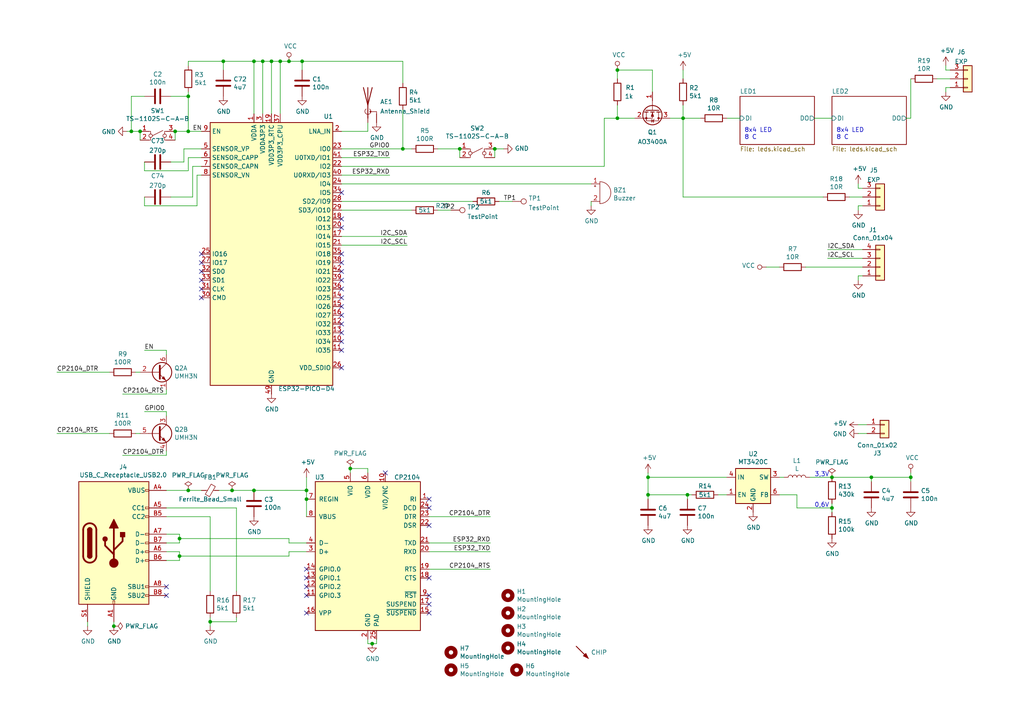
<source format=kicad_sch>
(kicad_sch (version 20210621) (generator eeschema)
  (paper "A4")
  (lib_symbols
    (symbol "Connector:TestPoint" (pin_numbers hide) (pin_names (offset 0.762) hide)
      (property "Reference" "TP" (at 0 6.858 0))
      (property "Value" "TestPoint" (at 0 5.08 0))
      (symbol "TestPoint_1_1"
        (pin passive line (at 0 0 90) (length 2.54) (name "1") (number "1"))
      )
    )
    (symbol "Connector:USB_C_Receptacle_USB2.0" (pin_names (offset 1.016))
      (property "Reference" "J" (at -10.16 19.05 0))
      (property "Value" "USB_C_Receptacle_USB2.0" (at 19.05 19.05 0))
      (symbol "USB_C_Receptacle_USB2.0_1_1"
        (pin power_in line (at 0 -22.86 90) (length 5.08) (name "GND") (number "A1"))
        (pin passive line (at 0 -22.86 90) (length 5.08) hide (name "GND") (number "A12"))
        (pin power_in line (at 15.24 15.24 180) (length 5.08) (name "VBUS") (number "A4"))
        (pin bidirectional line (at 15.24 10.16 180) (length 5.08) (name "CC1") (number "A5"))
        (pin bidirectional line (at 15.24 -2.54 180) (length 5.08) (name "D+") (number "A6"))
        (pin bidirectional line (at 15.24 2.54 180) (length 5.08) (name "D-") (number "A7"))
        (pin bidirectional line (at 15.24 -12.7 180) (length 5.08) (name "SBU1") (number "A8"))
        (pin passive line (at 15.24 15.24 180) (length 5.08) hide (name "VBUS") (number "A9"))
        (pin passive line (at 0 -22.86 90) (length 5.08) hide (name "GND") (number "B1"))
        (pin passive line (at 0 -22.86 90) (length 5.08) hide (name "GND") (number "B12"))
        (pin passive line (at 15.24 15.24 180) (length 5.08) hide (name "VBUS") (number "B4"))
        (pin bidirectional line (at 15.24 7.62 180) (length 5.08) (name "CC2") (number "B5"))
        (pin bidirectional line (at 15.24 -5.08 180) (length 5.08) (name "D+") (number "B6"))
        (pin bidirectional line (at 15.24 0 180) (length 5.08) (name "D-") (number "B7"))
        (pin bidirectional line (at 15.24 -15.24 180) (length 5.08) (name "SBU2") (number "B8"))
        (pin passive line (at 15.24 15.24 180) (length 5.08) hide (name "VBUS") (number "B9"))
        (pin passive line (at -7.62 -22.86 90) (length 5.08) (name "SHIELD") (number "S1"))
      )
    )
    (symbol "Connector_Generic:Conn_01x02" (pin_names (offset 1.016) hide)
      (property "Reference" "J" (at 0 2.54 0))
      (property "Value" "Conn_01x02" (at 0 -5.08 0))
      (symbol "Conn_01x02_1_1"
        (pin passive line (at -5.08 0 0) (length 3.81) (name "Pin_1") (number "1"))
        (pin passive line (at -5.08 -2.54 0) (length 3.81) (name "Pin_2") (number "2"))
      )
    )
    (symbol "Connector_Generic:Conn_01x03" (pin_names (offset 1.016) hide)
      (property "Reference" "J" (at 0 5.08 0))
      (property "Value" "Conn_01x03" (at 0 -5.08 0))
      (symbol "Conn_01x03_1_1"
        (pin passive line (at -5.08 2.54 0) (length 3.81) (name "Pin_1") (number "1"))
        (pin passive line (at -5.08 0 0) (length 3.81) (name "Pin_2") (number "2"))
        (pin passive line (at -5.08 -2.54 0) (length 3.81) (name "Pin_3") (number "3"))
      )
    )
    (symbol "Connector_Generic:Conn_01x04" (pin_names (offset 1.016) hide)
      (property "Reference" "J" (at 0 5.08 0))
      (property "Value" "Conn_01x04" (at 0 -7.62 0))
      (symbol "Conn_01x04_1_1"
        (pin passive line (at -5.08 2.54 0) (length 3.81) (name "Pin_1") (number "1"))
        (pin passive line (at -5.08 0 0) (length 3.81) (name "Pin_2") (number "2"))
        (pin passive line (at -5.08 -2.54 0) (length 3.81) (name "Pin_3") (number "3"))
        (pin passive line (at -5.08 -5.08 0) (length 3.81) (name "Pin_4") (number "4"))
      )
    )
    (symbol "Device:Antenna_Shield" (pin_numbers hide) (pin_names (offset 1.016) hide)
      (property "Reference" "AE" (at -1.905 4.445 0))
      (property "Value" "Antenna_Shield" (at -1.905 2.54 0))
      (symbol "Antenna_Shield_1_1"
        (pin input line (at 0 -5.08 90) (length 2.54) (name "A") (number "1"))
        (pin input line (at 2.54 -5.08 90) (length 2.54) (name "Shield") (number "2"))
      )
    )
    (symbol "Device:Buzzer" (pin_names (offset 0.0254) hide)
      (property "Reference" "BZ" (at 3.81 1.27 0))
      (property "Value" "Buzzer" (at 3.81 -1.27 0))
      (symbol "Buzzer_1_1"
        (pin passive line (at -2.54 2.54 0) (length 2.54) (name "-") (number "1"))
        (pin passive line (at -2.54 -2.54 0) (length 2.54) (name "+") (number "2"))
      )
    )
    (symbol "Device:C" (pin_numbers hide) (pin_names (offset 0.254))
      (property "Reference" "C" (at 0.635 2.54 0))
      (property "Value" "C" (at 0.635 -2.54 0))
      (symbol "C_1_1"
        (pin passive line (at 0 3.81 270) (length 2.794) (name "~") (number "1"))
        (pin passive line (at 0 -3.81 90) (length 2.794) (name "~") (number "2"))
      )
    )
    (symbol "Device:Ferrite_Bead_Small" (pin_numbers hide) (pin_names (offset 0))
      (property "Reference" "FB" (at 1.905 1.27 0))
      (property "Value" "Ferrite_Bead_Small" (at 1.905 -1.27 0))
      (symbol "Ferrite_Bead_Small_1_1"
        (pin passive line (at 0 2.54 270) (length 1.27) (name "~") (number "1"))
        (pin passive line (at 0 -2.54 90) (length 1.27) (name "~") (number "2"))
      )
    )
    (symbol "Device:L" (pin_numbers hide) (pin_names (offset 1.016) hide)
      (property "Reference" "L" (at -1.27 0 90))
      (property "Value" "L" (at 1.905 0 90))
      (symbol "L_1_1"
        (pin passive line (at 0 3.81 270) (length 1.27) (name "1") (number "1"))
        (pin passive line (at 0 -3.81 90) (length 1.27) (name "2") (number "2"))
      )
    )
    (symbol "Device:Q_DUAL_NPN_NPN_E1B1C2E2B2C1" (pin_names (offset 0) hide)
      (property "Reference" "Q" (at 5.08 1.27 0))
      (property "Value" "Q_DUAL_NPN_NPN_E1B1C2E2B2C1" (at 5.08 -1.27 0))
      (symbol "Q_DUAL_NPN_NPN_E1B1C2E2B2C1_1_1"
        (pin passive line (at 2.54 -5.08 90) (length 2.54) (name "E1") (number "1"))
        (pin input line (at -5.08 0 0) (length 2.54) (name "B1") (number "2"))
        (pin passive line (at 2.54 5.08 270) (length 2.54) (name "C1") (number "6"))
      )
      (symbol "Q_DUAL_NPN_NPN_E1B1C2E2B2C1_2_1"
        (pin passive line (at 2.54 5.08 270) (length 2.54) (name "C2") (number "3"))
        (pin passive line (at 2.54 -5.08 90) (length 2.54) (name "E2") (number "4"))
        (pin input line (at -5.08 0 0) (length 2.54) (name "B2") (number "5"))
      )
    )
    (symbol "Device:Q_NMOS_GSD" (pin_names (offset 0) hide)
      (property "Reference" "Q" (at 5.08 1.27 0))
      (property "Value" "Q_NMOS_GSD" (at 5.08 -1.27 0))
      (symbol "Q_NMOS_GSD_1_1"
        (pin input line (at -5.08 0 0) (length 2.54) (name "G") (number "1"))
        (pin passive line (at 2.54 -5.08 90) (length 2.54) (name "S") (number "2"))
        (pin passive line (at 2.54 5.08 270) (length 2.54) (name "D") (number "3"))
      )
    )
    (symbol "Device:R" (pin_numbers hide) (pin_names (offset 0))
      (property "Reference" "R" (at 2.032 0 90))
      (property "Value" "R" (at 0 0 90))
      (symbol "R_1_1"
        (pin passive line (at 0 3.81 270) (length 1.27) (name "~") (number "1"))
        (pin passive line (at 0 -3.81 90) (length 1.27) (name "~") (number "2"))
      )
    )
    (symbol "Graphic:SYM_Arrow45_Normal" (pin_names (offset 1.016)))
    (symbol "Interface_USB:CP2104" (pin_names (offset 1.016))
      (property "Reference" "U" (at -7.62 23.495 0))
      (property "Value" "CP2104" (at -7.62 21.59 0))
      (symbol "CP2104_1_1"
        (pin input line (at 17.78 15.24 180) (length 2.54) (name "RI") (number "1"))
        (pin power_out line (at 5.08 22.86 270) (length 2.54) (name "VIO/NC") (number "10"))
        (pin bidirectional line (at -17.78 -12.7 0) (length 2.54) (name "GPIO.3") (number "11"))
        (pin bidirectional line (at -17.78 -10.16 0) (length 2.54) (name "GPIO.2") (number "12"))
        (pin bidirectional line (at -17.78 -7.62 0) (length 2.54) (name "GPIO.1") (number "13"))
        (pin bidirectional line (at -17.78 -5.08 0) (length 2.54) (name "GPIO.0") (number "14"))
        (pin output line (at 17.78 -17.78 180) (length 2.54) (name "~{SUSPEND}") (number "15"))
        (pin passive line (at -17.78 -17.78 0) (length 2.54) (name "VPP") (number "16"))
        (pin output line (at 17.78 -15.24 180) (length 2.54) (name "SUSPEND") (number "17"))
        (pin input line (at 17.78 -7.62 180) (length 2.54) (name "CTS") (number "18"))
        (pin output line (at 17.78 -5.08 180) (length 2.54) (name "RTS") (number "19"))
        (pin power_in line (at 0 -25.4 90) (length 2.54) (name "GND") (number "2"))
        (pin input line (at 17.78 0 180) (length 2.54) (name "RXD") (number "20"))
        (pin output line (at 17.78 2.54 180) (length 2.54) (name "TXD") (number "21"))
        (pin input line (at 17.78 7.62 180) (length 2.54) (name "DSR") (number "22"))
        (pin output line (at 17.78 10.16 180) (length 2.54) (name "DTR") (number "23"))
        (pin input line (at 17.78 12.7 180) (length 2.54) (name "DCD") (number "24"))
        (pin power_in line (at 2.54 -25.4 90) (length 2.54) (name "PAD") (number "25"))
        (pin bidirectional line (at -17.78 0 0) (length 2.54) (name "D+") (number "3"))
        (pin bidirectional line (at -17.78 2.54 0) (length 2.54) (name "D-") (number "4"))
        (pin power_in line (at -5.08 22.86 270) (length 2.54) (name "VIO") (number "5"))
        (pin power_in line (at 0 22.86 270) (length 2.54) (name "VDD") (number "6"))
        (pin power_in line (at -17.78 15.24 0) (length 2.54) (name "REGIN") (number "7"))
        (pin input line (at -17.78 10.16 0) (length 2.54) (name "VBUS") (number "8"))
        (pin bidirectional line (at 17.78 -12.7 180) (length 2.54) (name "~{RST}") (number "9"))
      )
    )
    (symbol "Mechanical:MountingHole" (pin_names (offset 1.016))
      (property "Reference" "H" (at 0 5.08 0))
      (property "Value" "MountingHole" (at 0 3.175 0))
    )
    (symbol "PCB_TS-1102S-C-A-B:TS-1102S-C-A-B" (pin_names (offset 0) hide)
      (property "Reference" "SW1" (at 0 5.969 0))
      (property "Value" "TS-1102S-C-A-B" (at 0 3.6576 0))
      (symbol "TS-1102S-C-A-B_1_1"
        (pin passive line (at -5.08 0 0) (length 2.54) (name "A") (number "1"))
        (pin passive line (at -5.08 -2.54 0) (length 2.54) (name "B") (number "2"))
        (pin passive line (at 5.08 0 180) (length 2.54) (name "C") (number "3"))
        (pin passive line (at 5.08 -2.54 180) (length 2.54) (name "C") (number "4"))
      )
    )
    (symbol "RF_Module:ESP32-PICO-D4"
      (property "Reference" "U" (at -17.78 39.37 0))
      (property "Value" "ESP32-PICO-D4" (at 3.81 39.37 0))
      (symbol "ESP32-PICO-D4_0_0"
        (pin power_in line (at -5.08 40.64 270) (length 2.54) (name "VDDA") (number "1"))
        (pin input line (at 20.32 -25.4 180) (length 2.54) (name "IO34") (number "10"))
        (pin input line (at 20.32 -27.94 180) (length 2.54) (name "IO35") (number "11"))
        (pin bidirectional line (at 20.32 -20.32 180) (length 2.54) (name "IO32") (number "12"))
        (pin bidirectional line (at 20.32 -22.86 180) (length 2.54) (name "IO33") (number "13"))
        (pin bidirectional line (at 20.32 -12.7 180) (length 2.54) (name "IO25") (number "14"))
        (pin bidirectional line (at 20.32 -15.24 180) (length 2.54) (name "IO26") (number "15"))
        (pin bidirectional line (at 20.32 -17.78 180) (length 2.54) (name "IO27") (number "16"))
        (pin bidirectional line (at 20.32 5.08 180) (length 2.54) (name "IO14") (number "17"))
        (pin bidirectional line (at 20.32 10.16 180) (length 2.54) (name "IO12") (number "18"))
        (pin power_in line (at 0 40.64 270) (length 2.54) (name "VDD3P3_RTC") (number "19"))
        (pin bidirectional line (at 20.32 35.56 180) (length 2.54) (name "LNA_IN") (number "2"))
        (pin bidirectional line (at 20.32 7.62 180) (length 2.54) (name "IO13") (number "20"))
        (pin bidirectional line (at 20.32 2.54 180) (length 2.54) (name "IO15") (number "21"))
        (pin bidirectional line (at 20.32 25.4 180) (length 2.54) (name "IO2") (number "22"))
        (pin bidirectional line (at 20.32 30.48 180) (length 2.54) (name "IO0") (number "23"))
        (pin bidirectional line (at 20.32 20.32 180) (length 2.54) (name "IO4") (number "24"))
        (pin bidirectional line (at -20.32 0 0) (length 2.54) (name "IO16") (number "25"))
        (pin power_out line (at 20.32 -33.02 180) (length 2.54) (name "VDD_SDIO") (number "26"))
        (pin bidirectional line (at -20.32 -2.54 0) (length 2.54) (name "IO17") (number "27"))
        (pin bidirectional line (at 20.32 15.24 180) (length 2.54) (name "SD2/IO9") (number "28"))
        (pin bidirectional line (at 20.32 12.7 180) (length 2.54) (name "SD3/IO10") (number "29"))
        (pin power_in line (at -2.54 40.64 270) (length 2.54) (name "VDDA3P3") (number "3"))
        (pin bidirectional line (at -20.32 -12.7 0) (length 2.54) (name "CMD") (number "30"))
        (pin bidirectional line (at -20.32 -10.16 0) (length 2.54) (name "CLK") (number "31"))
        (pin bidirectional line (at -20.32 -5.08 0) (length 2.54) (name "SD0") (number "32"))
        (pin bidirectional line (at -20.32 -7.62 0) (length 2.54) (name "SD1") (number "33"))
        (pin bidirectional line (at 20.32 17.78 180) (length 2.54) (name "IO5") (number "34"))
        (pin bidirectional line (at 20.32 0 180) (length 2.54) (name "IO18") (number "35"))
        (pin bidirectional line (at 20.32 -10.16 180) (length 2.54) (name "IO23") (number "36"))
        (pin power_in line (at 2.54 40.64 270) (length 2.54) (name "VDD3P3_CPU") (number "37"))
        (pin bidirectional line (at 20.32 -2.54 180) (length 2.54) (name "IO19") (number "38"))
        (pin bidirectional line (at 20.32 -7.62 180) (length 2.54) (name "IO22") (number "39"))
        (pin passive line (at -2.54 40.64 270) (length 2.54) hide (name "VDDA3P3") (number "4"))
        (pin bidirectional line (at 20.32 22.86 180) (length 2.54) (name "U0RXD/IO3") (number "40"))
        (pin bidirectional line (at 20.32 27.94 180) (length 2.54) (name "U0TXD/IO1") (number "41"))
        (pin bidirectional line (at 20.32 -5.08 180) (length 2.54) (name "IO21") (number "42"))
        (pin passive line (at -5.08 40.64 270) (length 2.54) hide (name "VDDA") (number "43"))
        (pin no_connect line (at -17.78 -25.4 0) (length 2.54) hide (name "XTAL_N_NC") (number "44"))
        (pin no_connect line (at -17.78 -27.94 0) (length 2.54) hide (name "XTAL_P_NC") (number "45"))
        (pin passive line (at -5.08 40.64 270) (length 2.54) hide (name "VDDA") (number "46"))
        (pin no_connect line (at -17.78 -30.48 0) (length 2.54) hide (name "CAP2_NC") (number "47"))
        (pin no_connect line (at -17.78 -33.02 0) (length 2.54) hide (name "CAP1_NC") (number "48"))
        (pin power_in line (at 0 -40.64 90) (length 2.54) (name "GND") (number "49"))
        (pin input line (at -20.32 30.48 0) (length 2.54) (name "SENSOR_VP") (number "5"))
        (pin input line (at -20.32 27.94 0) (length 2.54) (name "SENSOR_CAPP") (number "6"))
        (pin input line (at -20.32 25.4 0) (length 2.54) (name "SENSOR_CAPN") (number "7"))
        (pin input line (at -20.32 22.86 0) (length 2.54) (name "SENSOR_VN") (number "8"))
        (pin input line (at -20.32 35.56 0) (length 2.54) (name "EN") (number "9"))
      )
    )
    (symbol "mt3420c:MT3420C"
      (property "Reference" "U" (at -2.54 8.89 0))
      (property "Value" "MT3420C" (at -3.81 6.35 0))
      (symbol "MT3420C_1_1"
        (pin input line (at -7.62 -2.54 0) (length 2.54) (name "EN") (number "1"))
        (pin power_in line (at 0 -7.62 90) (length 2.54) (name "GND") (number "2"))
        (pin passive line (at 7.62 2.54 180) (length 2.54) (name "SW") (number "3"))
        (pin power_in line (at -7.62 2.54 0) (length 2.54) (name "IN") (number "4"))
        (pin no_connect line (at 5.08 0 180) (length 2.54) hide (name "NC") (number "5"))
        (pin input line (at 7.62 -2.54 180) (length 2.54) (name "FB") (number "6"))
      )
    )
    (symbol "power:+5V" (power) (pin_names (offset 0))
      (property "Value" "+5V" (at 0 3.556 0))
      (symbol "+5V_1_1"
        (pin power_in line (at 0 0 90) (length 0) hide (name "+5V") (number "1"))
      )
    )
    (symbol "power:GND" (power) (pin_names (offset 0))
      (property "Value" "GND" (at 0 -3.81 0))
      (symbol "GND_1_1"
        (pin power_in line (at 0 0 270) (length 0) hide (name "GND") (number "1"))
      )
    )
    (symbol "power:PWR_FLAG" (power) (pin_numbers hide) (pin_names (offset 0) hide)
      (property "Value" "PWR_FLAG" (at 0 3.81 0))
      (symbol "PWR_FLAG_0_0"
        (pin power_out line (at 0 0 90) (length 0) (name "pwr") (number "1"))
      )
    )
    (symbol "power:VCC" (power) (pin_names (offset 0))
      (property "Value" "VCC" (at 0 3.81 0))
      (symbol "VCC_1_1"
        (pin power_in line (at 0 0 90) (length 0) hide (name "VCC") (number "1"))
      )
    )
  )
  (junction (at 33.02 181.61))
  (junction (at 38.1 38.1))
  (junction (at 40.64 38.1))
  (junction (at 50.8 38.1))
  (junction (at 52.07 156.21))
  (junction (at 52.07 161.29))
  (junction (at 54.61 27.94))
  (junction (at 54.61 38.1))
  (junction (at 54.61 142.24))
  (junction (at 60.96 180.34))
  (junction (at 64.77 17.78))
  (junction (at 67.31 142.24))
  (junction (at 73.66 17.78))
  (junction (at 73.66 142.24))
  (junction (at 76.2 17.78))
  (junction (at 78.74 17.78))
  (junction (at 81.28 17.78))
  (junction (at 83.82 17.78))
  (junction (at 87.63 17.78))
  (junction (at 88.9 142.24))
  (junction (at 88.9 144.78))
  (junction (at 101.6 135.89))
  (junction (at 107.95 186.69))
  (junction (at 116.84 43.18))
  (junction (at 133.35 43.18))
  (junction (at 143.51 43.18))
  (junction (at 179.07 20.32))
  (junction (at 179.07 34.29))
  (junction (at 187.96 138.43))
  (junction (at 187.96 143.51))
  (junction (at 198.12 34.29))
  (junction (at 199.39 143.51))
  (junction (at 241.3 138.43))
  (junction (at 241.3 147.32))
  (junction (at 252.73 138.43))
  (junction (at 264.16 138.43))
  (no_connect (at 48.26 170.18))
  (no_connect (at 48.26 172.72))
  (no_connect (at 58.42 73.66))
  (no_connect (at 58.42 76.2))
  (no_connect (at 58.42 78.74))
  (no_connect (at 58.42 81.28))
  (no_connect (at 58.42 83.82))
  (no_connect (at 58.42 86.36))
  (no_connect (at 88.9 165.1))
  (no_connect (at 88.9 167.64))
  (no_connect (at 88.9 170.18))
  (no_connect (at 88.9 172.72))
  (no_connect (at 88.9 177.8))
  (no_connect (at 99.06 55.88))
  (no_connect (at 99.06 63.5))
  (no_connect (at 99.06 66.04))
  (no_connect (at 99.06 73.66))
  (no_connect (at 99.06 76.2))
  (no_connect (at 99.06 78.74))
  (no_connect (at 99.06 81.28))
  (no_connect (at 99.06 83.82))
  (no_connect (at 99.06 86.36))
  (no_connect (at 99.06 88.9))
  (no_connect (at 99.06 91.44))
  (no_connect (at 99.06 93.98))
  (no_connect (at 99.06 96.52))
  (no_connect (at 99.06 99.06))
  (no_connect (at 99.06 101.6))
  (no_connect (at 99.06 106.68))
  (no_connect (at 111.76 137.16))
  (no_connect (at 124.46 144.78))
  (no_connect (at 124.46 147.32))
  (no_connect (at 124.46 152.4))
  (no_connect (at 124.46 167.64))
  (no_connect (at 124.46 172.72))
  (no_connect (at 124.46 175.26))
  (no_connect (at 124.46 177.8))
  (wire (pts (xy 25.4 180.34) (xy 25.4 181.61)))
  (wire (pts (xy 31.75 107.95) (xy 16.51 107.95)))
  (wire (pts (xy 31.75 125.73) (xy 16.51 125.73)))
  (wire (pts (xy 33.02 180.34) (xy 33.02 181.61)))
  (wire (pts (xy 36.83 38.1) (xy 38.1 38.1)))
  (wire (pts (xy 38.1 27.94) (xy 38.1 38.1)))
  (wire (pts (xy 39.37 107.95) (xy 40.64 107.95)))
  (wire (pts (xy 39.37 125.73) (xy 40.64 125.73)))
  (wire (pts (xy 40.64 38.1) (xy 38.1 38.1)))
  (wire (pts (xy 40.64 38.1) (xy 40.64 40.64)))
  (wire (pts (xy 41.91 27.94) (xy 38.1 27.94)))
  (wire (pts (xy 41.91 46.99) (xy 41.91 49.53)))
  (wire (pts (xy 41.91 49.53) (xy 54.61 49.53)))
  (wire (pts (xy 41.91 57.15) (xy 41.91 59.69)))
  (wire (pts (xy 41.91 59.69) (xy 57.15 59.69)))
  (wire (pts (xy 48.26 101.6) (xy 41.91 101.6)))
  (wire (pts (xy 48.26 101.6) (xy 48.26 102.87)))
  (wire (pts (xy 48.26 113.03) (xy 48.26 114.3)))
  (wire (pts (xy 48.26 114.3) (xy 35.56 114.3)))
  (wire (pts (xy 48.26 119.38) (xy 41.91 119.38)))
  (wire (pts (xy 48.26 119.38) (xy 48.26 120.65)))
  (wire (pts (xy 48.26 132.08) (xy 35.56 132.08)))
  (wire (pts (xy 48.26 132.08) (xy 48.26 130.81)))
  (wire (pts (xy 48.26 142.24) (xy 54.61 142.24)))
  (wire (pts (xy 48.26 147.32) (xy 68.58 147.32)))
  (wire (pts (xy 48.26 154.94) (xy 52.07 154.94)))
  (wire (pts (xy 48.26 160.02) (xy 52.07 160.02)))
  (wire (pts (xy 49.53 27.94) (xy 54.61 27.94)))
  (wire (pts (xy 49.53 57.15) (xy 55.88 57.15)))
  (wire (pts (xy 50.8 38.1) (xy 50.8 40.64)))
  (wire (pts (xy 50.8 38.1) (xy 54.61 38.1)))
  (wire (pts (xy 52.07 154.94) (xy 52.07 156.21)))
  (wire (pts (xy 52.07 156.21) (xy 52.07 157.48)))
  (wire (pts (xy 52.07 156.21) (xy 83.82 156.21)))
  (wire (pts (xy 52.07 157.48) (xy 48.26 157.48)))
  (wire (pts (xy 52.07 160.02) (xy 52.07 161.29)))
  (wire (pts (xy 52.07 161.29) (xy 52.07 162.56)))
  (wire (pts (xy 52.07 161.29) (xy 83.82 161.29)))
  (wire (pts (xy 52.07 162.56) (xy 48.26 162.56)))
  (wire (pts (xy 53.34 43.18) (xy 53.34 46.99)))
  (wire (pts (xy 53.34 46.99) (xy 49.53 46.99)))
  (wire (pts (xy 54.61 17.78) (xy 64.77 17.78)))
  (wire (pts (xy 54.61 19.05) (xy 54.61 17.78)))
  (wire (pts (xy 54.61 27.94) (xy 54.61 26.67)))
  (wire (pts (xy 54.61 38.1) (xy 54.61 27.94)))
  (wire (pts (xy 54.61 45.72) (xy 58.42 45.72)))
  (wire (pts (xy 54.61 49.53) (xy 54.61 45.72)))
  (wire (pts (xy 54.61 142.24) (xy 58.42 142.24)))
  (wire (pts (xy 55.88 48.26) (xy 55.88 57.15)))
  (wire (pts (xy 57.15 50.8) (xy 58.42 50.8)))
  (wire (pts (xy 57.15 59.69) (xy 57.15 50.8)))
  (wire (pts (xy 58.42 38.1) (xy 54.61 38.1)))
  (wire (pts (xy 58.42 43.18) (xy 53.34 43.18)))
  (wire (pts (xy 58.42 48.26) (xy 55.88 48.26)))
  (wire (pts (xy 60.96 149.86) (xy 48.26 149.86)))
  (wire (pts (xy 60.96 171.45) (xy 60.96 149.86)))
  (wire (pts (xy 60.96 179.07) (xy 60.96 180.34)))
  (wire (pts (xy 60.96 180.34) (xy 60.96 181.61)))
  (wire (pts (xy 60.96 180.34) (xy 68.58 180.34)))
  (wire (pts (xy 63.5 142.24) (xy 67.31 142.24)))
  (wire (pts (xy 64.77 17.78) (xy 64.77 20.32)))
  (wire (pts (xy 64.77 17.78) (xy 73.66 17.78)))
  (wire (pts (xy 67.31 142.24) (xy 73.66 142.24)))
  (wire (pts (xy 68.58 147.32) (xy 68.58 171.45)))
  (wire (pts (xy 68.58 180.34) (xy 68.58 179.07)))
  (wire (pts (xy 73.66 17.78) (xy 73.66 33.02)))
  (wire (pts (xy 73.66 17.78) (xy 76.2 17.78)))
  (wire (pts (xy 73.66 142.24) (xy 88.9 142.24)))
  (wire (pts (xy 76.2 17.78) (xy 78.74 17.78)))
  (wire (pts (xy 76.2 33.02) (xy 76.2 17.78)))
  (wire (pts (xy 78.74 17.78) (xy 81.28 17.78)))
  (wire (pts (xy 78.74 33.02) (xy 78.74 17.78)))
  (wire (pts (xy 81.28 17.78) (xy 81.28 33.02)))
  (wire (pts (xy 81.28 17.78) (xy 83.82 17.78)))
  (wire (pts (xy 83.82 157.48) (xy 83.82 156.21)))
  (wire (pts (xy 83.82 160.02) (xy 83.82 161.29)))
  (wire (pts (xy 87.63 17.78) (xy 83.82 17.78)))
  (wire (pts (xy 87.63 20.32) (xy 87.63 17.78)))
  (wire (pts (xy 88.9 138.43) (xy 88.9 142.24)))
  (wire (pts (xy 88.9 142.24) (xy 88.9 144.78)))
  (wire (pts (xy 88.9 144.78) (xy 88.9 149.86)))
  (wire (pts (xy 88.9 157.48) (xy 83.82 157.48)))
  (wire (pts (xy 88.9 160.02) (xy 83.82 160.02)))
  (wire (pts (xy 99.06 43.18) (xy 116.84 43.18)))
  (wire (pts (xy 99.06 45.72) (xy 113.03 45.72)))
  (wire (pts (xy 99.06 48.26) (xy 175.26 48.26)))
  (wire (pts (xy 99.06 50.8) (xy 113.03 50.8)))
  (wire (pts (xy 99.06 53.34) (xy 171.45 53.34)))
  (wire (pts (xy 99.06 58.42) (xy 137.16 58.42)))
  (wire (pts (xy 99.06 60.96) (xy 119.38 60.96)))
  (wire (pts (xy 99.06 68.58) (xy 118.11 68.58)))
  (wire (pts (xy 101.6 135.89) (xy 106.68 135.89)))
  (wire (pts (xy 101.6 137.16) (xy 101.6 135.89)))
  (wire (pts (xy 106.68 35.56) (xy 106.68 38.1)))
  (wire (pts (xy 106.68 38.1) (xy 99.06 38.1)))
  (wire (pts (xy 106.68 135.89) (xy 106.68 137.16)))
  (wire (pts (xy 106.68 186.69) (xy 106.68 185.42)))
  (wire (pts (xy 107.95 186.69) (xy 106.68 186.69)))
  (wire (pts (xy 109.22 185.42) (xy 109.22 186.69)))
  (wire (pts (xy 109.22 186.69) (xy 107.95 186.69)))
  (wire (pts (xy 116.84 17.78) (xy 87.63 17.78)))
  (wire (pts (xy 116.84 17.78) (xy 116.84 24.13)))
  (wire (pts (xy 116.84 31.75) (xy 116.84 43.18)))
  (wire (pts (xy 118.11 71.12) (xy 99.06 71.12)))
  (wire (pts (xy 119.38 43.18) (xy 116.84 43.18)))
  (wire (pts (xy 124.46 149.86) (xy 142.24 149.86)))
  (wire (pts (xy 124.46 157.48) (xy 142.24 157.48)))
  (wire (pts (xy 124.46 160.02) (xy 142.24 160.02)))
  (wire (pts (xy 124.46 165.1) (xy 142.24 165.1)))
  (wire (pts (xy 127 43.18) (xy 133.35 43.18)))
  (wire (pts (xy 127 60.96) (xy 130.81 60.96)))
  (wire (pts (xy 133.35 43.18) (xy 133.35 45.72)))
  (wire (pts (xy 143.51 43.18) (xy 143.51 45.72)))
  (wire (pts (xy 143.51 43.18) (xy 146.05 43.18)))
  (wire (pts (xy 144.78 58.42) (xy 148.59 58.42)))
  (wire (pts (xy 171.45 58.42) (xy 171.45 59.69)))
  (wire (pts (xy 175.26 34.29) (xy 179.07 34.29)))
  (wire (pts (xy 175.26 48.26) (xy 175.26 34.29)))
  (wire (pts (xy 179.07 20.32) (xy 179.07 22.86)))
  (wire (pts (xy 179.07 20.32) (xy 189.23 20.32)))
  (wire (pts (xy 179.07 34.29) (xy 179.07 30.48)))
  (wire (pts (xy 184.15 34.29) (xy 179.07 34.29)))
  (wire (pts (xy 187.96 137.16) (xy 187.96 138.43)))
  (wire (pts (xy 187.96 138.43) (xy 187.96 143.51)))
  (wire (pts (xy 187.96 138.43) (xy 210.82 138.43)))
  (wire (pts (xy 187.96 143.51) (xy 187.96 144.78)))
  (wire (pts (xy 189.23 26.67) (xy 189.23 20.32)))
  (wire (pts (xy 194.31 34.29) (xy 198.12 34.29)))
  (wire (pts (xy 198.12 20.32) (xy 198.12 22.86)))
  (wire (pts (xy 198.12 30.48) (xy 198.12 34.29)))
  (wire (pts (xy 198.12 34.29) (xy 203.2 34.29)))
  (wire (pts (xy 198.12 57.15) (xy 198.12 34.29)))
  (wire (pts (xy 199.39 143.51) (xy 187.96 143.51)))
  (wire (pts (xy 199.39 143.51) (xy 200.66 143.51)))
  (wire (pts (xy 199.39 144.78) (xy 199.39 143.51)))
  (wire (pts (xy 210.82 34.29) (xy 214.63 34.29)))
  (wire (pts (xy 210.82 143.51) (xy 208.28 143.51)))
  (wire (pts (xy 222.25 77.47) (xy 226.06 77.47)))
  (wire (pts (xy 226.06 143.51) (xy 231.14 143.51)))
  (wire (pts (xy 227.33 138.43) (xy 226.06 138.43)))
  (wire (pts (xy 231.14 143.51) (xy 231.14 147.32)))
  (wire (pts (xy 231.14 147.32) (xy 241.3 147.32)))
  (wire (pts (xy 234.95 138.43) (xy 241.3 138.43)))
  (wire (pts (xy 236.22 34.29) (xy 241.3 34.29)))
  (wire (pts (xy 238.76 57.15) (xy 198.12 57.15)))
  (wire (pts (xy 240.03 74.93) (xy 250.19 74.93)))
  (wire (pts (xy 241.3 138.43) (xy 252.73 138.43)))
  (wire (pts (xy 241.3 146.05) (xy 241.3 147.32)))
  (wire (pts (xy 241.3 147.32) (xy 241.3 148.59)))
  (wire (pts (xy 246.38 57.15) (xy 250.19 57.15)))
  (wire (pts (xy 248.92 53.34) (xy 248.92 54.61)))
  (wire (pts (xy 248.92 59.69) (xy 250.19 59.69)))
  (wire (pts (xy 248.92 60.96) (xy 248.92 59.69)))
  (wire (pts (xy 248.92 80.01) (xy 250.19 80.01)))
  (wire (pts (xy 248.92 81.28) (xy 248.92 80.01)))
  (wire (pts (xy 248.92 123.19) (xy 251.46 123.19)))
  (wire (pts (xy 248.92 125.73) (xy 251.46 125.73)))
  (wire (pts (xy 250.19 54.61) (xy 248.92 54.61)))
  (wire (pts (xy 250.19 72.39) (xy 240.03 72.39)))
  (wire (pts (xy 250.19 77.47) (xy 233.68 77.47)))
  (wire (pts (xy 252.73 138.43) (xy 252.73 139.7)))
  (wire (pts (xy 252.73 138.43) (xy 264.16 138.43)))
  (wire (pts (xy 262.89 34.29) (xy 264.16 34.29)))
  (wire (pts (xy 264.16 22.86) (xy 264.16 34.29)))
  (wire (pts (xy 264.16 137.16) (xy 264.16 138.43)))
  (wire (pts (xy 264.16 138.43) (xy 264.16 139.7)))
  (wire (pts (xy 271.78 22.86) (xy 275.59 22.86)))
  (wire (pts (xy 274.32 19.05) (xy 274.32 20.32)))
  (wire (pts (xy 274.32 25.4) (xy 275.59 25.4)))
  (wire (pts (xy 274.32 26.67) (xy 274.32 25.4)))
  (wire (pts (xy 275.59 20.32) (xy 274.32 20.32)))
  (text "8x4 LED\n8 C" (at 215.9 40.64 0) (effects (font (size 1.27 1.27)) (justify left bottom)))
  (text "3,3V" (at 236.22 138.43 0) (effects (font (size 1.27 1.27)) (justify left bottom)))
  (text "0,6V" (at 236.22 147.32 0) (effects (font (size 1.27 1.27)) (justify left bottom)))
  (text "8x4 LED\n8 C" (at 242.57 40.64 0) (effects (font (size 1.27 1.27)) (justify left bottom)))
  (label "CP2104_DTR" (at 16.51 107.95 0))
  (label "CP2104_RTS" (at 16.51 125.73 0))
  (label "CP2104_RTS" (at 35.56 114.3 0))
  (label "CP2104_DTR" (at 35.56 132.08 0))
  (label "EN" (at 41.91 101.6 0))
  (label "GPIO0" (at 41.91 119.38 0))
  (label "EN" (at 55.88 38.1 0))
  (label "GPIO0" (at 113.03 43.18 180))
  (label "ESP32_TXD" (at 113.03 45.72 180))
  (label "ESP32_RXD" (at 113.03 50.8 180))
  (label "I2C_SDA" (at 118.11 68.58 180))
  (label "I2C_SCL" (at 118.11 71.12 180))
  (label "TP2" (at 128.27 60.96 0))
  (label "CP2104_DTR" (at 142.24 149.86 180))
  (label "ESP32_RXD" (at 142.24 157.48 180))
  (label "ESP32_TXD" (at 142.24 160.02 180))
  (label "CP2104_RTS" (at 142.24 165.1 180))
  (label "TP1" (at 146.05 58.42 0))
  (label "I2C_SDA" (at 240.03 72.39 0))
  (label "I2C_SCL" (at 240.03 74.93 0))
  (symbol (lib_id "power:VCC") (at 83.82 17.78 0) (unit 1)
    (property "Reference" "#PWR03" (effects hide))
    (property "Value" "VCC" (at 84.2518 13.3858 0))
  )
  (symbol (lib_id "power:VCC") (at 179.07 20.32 0) (unit 1)
    (property "Reference" "#PWR01" (effects hide))
    (property "Value" "VCC" (at 179.5018 15.9258 0))
  )
  (symbol (lib_id "power:VCC") (at 222.25 77.47 90) (unit 1)
    (property "Reference" "#PWR08" (effects hide))
    (property "Value" "VCC" (at 219.0242 77.0128 90) (effects (justify left)))
  )
  (symbol (lib_id "power:VCC") (at 264.16 137.16 0) (unit 1)
    (property "Reference" "#PWR018" (effects hide))
    (property "Value" "VCC" (at 264.5918 132.7658 0))
  )
  (symbol (lib_id "power:+5V") (at 88.9 138.43 0) (unit 1)
    (property "Reference" "#PWR015" (effects hide))
    (property "Value" "+5V" (at 89.281 134.0358 0))
  )
  (symbol (lib_id "power:+5V") (at 187.96 137.16 0) (unit 1)
    (property "Reference" "#PWR017" (effects hide))
    (property "Value" "+5V" (at 188.341 132.7658 0))
  )
  (symbol (lib_id "power:+5V") (at 198.12 20.32 0) (unit 1)
    (property "Reference" "#PWR02" (effects hide))
    (property "Value" "+5V" (at 198.501 15.9258 0))
  )
  (symbol (lib_id "power:+5V") (at 248.92 53.34 0) (unit 1)
    (property "Reference" "#PWR0181" (effects hide))
    (property "Value" "+5V" (at 249.301 48.9458 0))
  )
  (symbol (lib_id "power:+5V") (at 248.92 123.19 90) (unit 1)
    (property "Reference" "#PWR012" (effects hide))
    (property "Value" "+5V" (at 245.6688 122.809 90) (effects (justify left)))
  )
  (symbol (lib_id "power:+5V") (at 274.32 19.05 0) (unit 1)
    (property "Reference" "#PWR0183" (effects hide))
    (property "Value" "+5V" (at 274.701 14.6558 0))
  )
  (symbol (lib_id "power:PWR_FLAG") (at 33.02 181.61 270) (unit 1)
    (property "Reference" "#FLG05" (effects hide))
    (property "Value" "PWR_FLAG" (at 36.2712 181.61 90) (effects (justify left)))
  )
  (symbol (lib_id "power:PWR_FLAG") (at 54.61 142.24 0) (unit 1)
    (property "Reference" "#FLG02" (effects hide))
    (property "Value" "PWR_FLAG" (at 54.61 137.8458 0))
  )
  (symbol (lib_id "power:PWR_FLAG") (at 67.31 142.24 0) (unit 1)
    (property "Reference" "#FLG03" (effects hide))
    (property "Value" "PWR_FLAG" (at 67.31 137.8458 0))
  )
  (symbol (lib_id "power:PWR_FLAG") (at 101.6 135.89 0) (unit 1)
    (property "Reference" "#FLG01" (effects hide))
    (property "Value" "PWR_FLAG" (at 101.6 131.4958 0))
  )
  (symbol (lib_id "power:PWR_FLAG") (at 241.3 138.43 0) (unit 1)
    (property "Reference" "#FLG04" (effects hide))
    (property "Value" "PWR_FLAG" (at 241.3 134.0358 0))
  )
  (symbol (lib_id "Connector:TestPoint") (at 130.81 60.96 270) (unit 1)
    (property "Reference" "TP2" (at 135.5091 60.0515 90) (effects (justify left)))
    (property "Value" "TestPoint" (at 135.5091 62.8266 90) (effects (justify left)))
    (property "JLCPCB BOM" "0" (effects hide))
  )
  (symbol (lib_id "Connector:TestPoint") (at 148.59 58.42 270) (unit 1)
    (property "Reference" "TP1" (at 153.2891 57.5115 90) (effects (justify left)))
    (property "Value" "TestPoint" (at 153.2891 60.2866 90) (effects (justify left)))
    (property "JLCPCB BOM" "0" (effects hide))
  )
  (symbol (lib_id "power:GND") (at 25.4 181.61 0) (unit 1)
    (property "Reference" "#PWR025" (effects hide))
    (property "Value" "GND" (at 25.527 186.0042 0))
  )
  (symbol (lib_id "power:GND") (at 33.02 181.61 0) (unit 1)
    (property "Reference" "#PWR026" (effects hide))
    (property "Value" "GND" (at 33.147 186.0042 0))
  )
  (symbol (lib_id "power:GND") (at 36.83 38.1 270) (unit 1)
    (property "Reference" "#PWR05" (effects hide))
    (property "Value" "GND" (at 33.5788 38.227 90) (effects (justify right)))
  )
  (symbol (lib_id "power:GND") (at 60.96 181.61 0) (unit 1)
    (property "Reference" "#PWR027" (effects hide))
    (property "Value" "GND" (at 61.087 186.0042 0))
  )
  (symbol (lib_id "power:GND") (at 64.77 27.94 0) (unit 1)
    (property "Reference" "#PWR0185" (effects hide))
    (property "Value" "GND" (at 64.897 32.3342 0))
  )
  (symbol (lib_id "power:GND") (at 73.66 149.86 0) (unit 1)
    (property "Reference" "#PWR016" (effects hide))
    (property "Value" "GND" (at 73.787 154.2542 0))
  )
  (symbol (lib_id "power:GND") (at 78.74 114.3 0) (unit 1)
    (property "Reference" "#PWR014" (effects hide))
    (property "Value" "GND" (at 78.867 118.6942 0))
  )
  (symbol (lib_id "power:GND") (at 87.63 27.94 0) (unit 1)
    (property "Reference" "#PWR04" (effects hide))
    (property "Value" "GND" (at 87.757 32.3342 0))
  )
  (symbol (lib_id "power:GND") (at 107.95 186.69 0) (unit 1)
    (property "Reference" "#PWR028" (effects hide))
    (property "Value" "GND" (at 108.077 191.0842 0))
  )
  (symbol (lib_id "power:GND") (at 109.22 35.56 0) (unit 1)
    (property "Reference" "#PWR0186" (effects hide))
    (property "Value" "GND" (at 109.347 39.9542 0))
  )
  (symbol (lib_id "power:GND") (at 146.05 43.18 90) (unit 1)
    (property "Reference" "#PWR06" (effects hide))
    (property "Value" "GND" (at 149.3012 43.053 90) (effects (justify right)))
  )
  (symbol (lib_id "power:GND") (at 171.45 59.69 0) (unit 1)
    (property "Reference" "#PWR07" (effects hide))
    (property "Value" "GND" (at 171.577 64.0842 0))
  )
  (symbol (lib_id "power:GND") (at 187.96 152.4 0) (unit 1)
    (property "Reference" "#PWR022" (effects hide))
    (property "Value" "GND" (at 188.087 156.7942 0))
  )
  (symbol (lib_id "power:GND") (at 199.39 152.4 0) (unit 1)
    (property "Reference" "#PWR023" (effects hide))
    (property "Value" "GND" (at 199.517 156.7942 0))
  )
  (symbol (lib_id "power:GND") (at 218.44 148.59 0) (unit 1)
    (property "Reference" "#PWR021" (effects hide))
    (property "Value" "GND" (at 218.567 152.9842 0))
  )
  (symbol (lib_id "power:GND") (at 241.3 156.21 0) (unit 1)
    (property "Reference" "#PWR024" (effects hide))
    (property "Value" "GND" (at 241.427 160.6042 0))
  )
  (symbol (lib_id "power:GND") (at 248.92 60.96 0) (unit 1)
    (property "Reference" "#PWR0182" (effects hide))
    (property "Value" "GND" (at 249.047 65.3542 0))
  )
  (symbol (lib_id "power:GND") (at 248.92 81.28 0) (unit 1)
    (property "Reference" "#PWR09" (effects hide))
    (property "Value" "GND" (at 249.047 85.6742 0))
  )
  (symbol (lib_id "power:GND") (at 248.92 125.73 270) (unit 1)
    (property "Reference" "#PWR013" (effects hide))
    (property "Value" "GND" (at 245.6688 125.857 90) (effects (justify right)))
  )
  (symbol (lib_id "power:GND") (at 252.73 147.32 0) (unit 1)
    (property "Reference" "#PWR019" (effects hide))
    (property "Value" "GND" (at 252.857 151.7142 0))
  )
  (symbol (lib_id "power:GND") (at 264.16 147.32 0) (unit 1)
    (property "Reference" "#PWR020" (effects hide))
    (property "Value" "GND" (at 264.287 151.7142 0))
  )
  (symbol (lib_id "power:GND") (at 274.32 26.67 0) (unit 1)
    (property "Reference" "#PWR0184" (effects hide))
    (property "Value" "GND" (at 274.447 31.0642 0))
  )
  (symbol (lib_id "Device:L") (at 231.14 138.43 90) (unit 1)
    (property "Reference" "L1" (at 231.14 133.604 90))
    (property "Value" "L" (at 231.14 135.9154 90))
    (property "Footprint" "Inductor_SMD:L_0805_2012Metric" (effects hide))
    (property "LCSC Part" "C394958" (effects hide))
  )
  (symbol (lib_id "Graphic:SYM_Arrow45_Normal") (at 168.91 189.23 0) (unit 1)
    (property "Reference" "SYM1" (effects hide))
    (property "Value" "CHIP" (at 171.3992 189.2046 0) (effects (justify left)))
    (property "Footprint" "PCB:Chip" (effects hide))
    (property "JLCPCB BOM" "0" (effects hide))
  )
  (symbol (lib_id "Mechanical:MountingHole") (at 130.81 189.23 0) (unit 1)
    (property "Reference" "H7" (at 133.35 188.0616 0) (effects (justify left)))
    (property "Value" "MountingHole" (at 133.35 190.373 0) (effects (justify left)))
    (property "Footprint" "PCB:JLCPCB_Tooling_Hole" (effects hide))
    (property "JLCPCB BOM" "0" (effects hide))
  )
  (symbol (lib_id "Mechanical:MountingHole") (at 130.81 194.31 0) (unit 1)
    (property "Reference" "H5" (at 133.35 193.1416 0) (effects (justify left)))
    (property "Value" "MountingHole" (at 133.35 195.453 0) (effects (justify left)))
    (property "Footprint" "PCB:JLCPCB_Tooling_Hole" (effects hide))
    (property "JLCPCB BOM" "0" (effects hide))
  )
  (symbol (lib_id "Mechanical:MountingHole") (at 147.32 172.72 0) (unit 1)
    (property "Reference" "H1" (at 149.86 171.5516 0) (effects (justify left)))
    (property "Value" "MountingHole" (at 149.86 173.863 0) (effects (justify left)))
    (property "Footprint" "MountingHole:MountingHole_2.5mm" (effects hide))
    (property "JLCPCB BOM" "0" (effects hide))
  )
  (symbol (lib_id "Mechanical:MountingHole") (at 147.32 177.8 0) (unit 1)
    (property "Reference" "H2" (at 149.86 176.6316 0) (effects (justify left)))
    (property "Value" "MountingHole" (at 149.86 178.943 0) (effects (justify left)))
    (property "Footprint" "MountingHole:MountingHole_2.5mm" (effects hide))
    (property "JLCPCB BOM" "0" (effects hide))
  )
  (symbol (lib_id "Mechanical:MountingHole") (at 147.32 182.88 0) (unit 1)
    (property "Reference" "H3" (at 149.86 181.7116 0) (effects (justify left)))
    (property "Value" "MountingHole" (at 149.86 184.023 0) (effects (justify left)))
    (property "Footprint" "MountingHole:MountingHole_2.5mm" (effects hide))
    (property "JLCPCB BOM" "0" (effects hide))
  )
  (symbol (lib_id "Mechanical:MountingHole") (at 147.32 187.96 0) (unit 1)
    (property "Reference" "H4" (at 149.86 186.7916 0) (effects (justify left)))
    (property "Value" "MountingHole" (at 149.86 189.103 0) (effects (justify left)))
    (property "Footprint" "MountingHole:MountingHole_2.5mm" (effects hide))
    (property "JLCPCB BOM" "0" (effects hide))
  )
  (symbol (lib_id "Mechanical:MountingHole") (at 149.86 194.31 0) (unit 1)
    (property "Reference" "H6" (at 152.4 193.1416 0) (effects (justify left)))
    (property "Value" "MountingHole" (at 152.4 195.453 0) (effects (justify left)))
    (property "Footprint" "PCB:JLCPCB_Tooling_Hole" (effects hide))
    (property "JLCPCB BOM" "0" (effects hide))
  )
  (symbol (lib_id "Device:R") (at 35.56 107.95 270) (unit 1)
    (property "Reference" "R9" (at 35.56 102.6922 90))
    (property "Value" "100R" (at 35.56 105.0036 90))
    (property "Footprint" "Resistor_SMD:R_0603_1608Metric" (effects hide))
    (property "LCSC Part" "C105588" (effects hide))
  )
  (symbol (lib_id "Device:R") (at 35.56 125.73 270) (unit 1)
    (property "Reference" "R11" (at 35.56 120.4722 90))
    (property "Value" "100R" (at 35.56 122.7836 90))
    (property "Footprint" "Resistor_SMD:R_0603_1608Metric" (effects hide))
    (property "LCSC Part" "C105588" (effects hide))
  )
  (symbol (lib_id "Device:R") (at 54.61 22.86 0) (unit 1)
    (property "Reference" "R3" (at 56.388 21.6916 0) (effects (justify left)))
    (property "Value" "5k1" (at 56.388 24.003 0) (effects (justify left)))
    (property "Footprint" "Resistor_SMD:R_0603_1608Metric" (effects hide))
    (property "LCSC Part" "C269716" (effects hide))
  )
  (symbol (lib_id "Device:R") (at 60.96 175.26 0) (unit 1)
    (property "Reference" "R16" (at 62.738 174.0916 0) (effects (justify left)))
    (property "Value" "5k1" (at 62.738 176.403 0) (effects (justify left)))
    (property "Footprint" "Resistor_SMD:R_0603_1608Metric" (effects hide))
    (property "LCSC Part" "C269716" (effects hide))
  )
  (symbol (lib_id "Device:R") (at 68.58 175.26 0) (unit 1)
    (property "Reference" "R17" (at 70.358 174.0916 0) (effects (justify left)))
    (property "Value" "5k1" (at 70.358 176.403 0) (effects (justify left)))
    (property "Footprint" "Resistor_SMD:R_0603_1608Metric" (effects hide))
    (property "LCSC Part" "C269716" (effects hide))
  )
  (symbol (lib_id "Device:R") (at 116.84 27.94 0) (unit 1)
    (property "Reference" "R4" (at 118.618 26.7716 0) (effects (justify left)))
    (property "Value" "5k1" (at 118.618 29.083 0) (effects (justify left)))
    (property "Footprint" "Resistor_SMD:R_0603_1608Metric" (effects hide))
    (property "LCSC Part" "C269716" (effects hide))
  )
  (symbol (lib_id "Device:R") (at 123.19 43.18 270) (unit 1)
    (property "Reference" "R5" (at 123.19 37.9222 90))
    (property "Value" "100R" (at 123.19 40.2336 90))
    (property "Footprint" "Resistor_SMD:R_0603_1608Metric" (effects hide))
    (property "LCSC Part" "C105588" (effects hide))
  )
  (symbol (lib_id "Device:R") (at 123.19 60.96 270) (unit 1)
    (property "Reference" "R20" (at 128.27 59.69 90))
    (property "Value" "5k1" (at 123.19 60.96 90))
    (property "Footprint" "Resistor_SMD:R_0603_1608Metric" (effects hide))
    (property "LCSC Part" "C269716" (effects hide))
  )
  (symbol (lib_id "Device:R") (at 140.97 58.42 270) (unit 1)
    (property "Reference" "R6" (at 140.97 55.88 90))
    (property "Value" "5k1" (at 140.97 58.42 90))
    (property "Footprint" "Resistor_SMD:R_0603_1608Metric" (effects hide))
    (property "LCSC Part" "C269716" (effects hide))
  )
  (symbol (lib_id "Device:R") (at 179.07 26.67 0) (unit 1)
    (property "Reference" "R1" (at 181.4322 25.4 0) (effects (justify left)))
    (property "Value" "1k" (at 181.2036 27.94 0) (effects (justify left)))
    (property "Footprint" "Resistor_SMD:R_0603_1608Metric" (effects hide))
    (property "LCSC Part" "C21190" (effects hide))
  )
  (symbol (lib_id "Device:R") (at 198.12 26.67 0) (unit 1)
    (property "Reference" "R2" (at 199.898 25.5016 0) (effects (justify left)))
    (property "Value" "5k1" (at 199.898 27.813 0) (effects (justify left)))
    (property "Footprint" "Resistor_SMD:R_0603_1608Metric" (effects hide))
    (property "LCSC Part" "C269716" (effects hide))
  )
  (symbol (lib_id "Device:R") (at 204.47 143.51 270) (unit 1)
    (property "Reference" "R14" (at 204.47 140.97 90))
    (property "Value" "5k1" (at 204.47 143.51 90))
    (property "Footprint" "Resistor_SMD:R_0603_1608Metric" (effects hide))
    (property "LCSC Part" "C269716" (effects hide))
  )
  (symbol (lib_id "Device:R") (at 207.01 34.29 270) (unit 1)
    (property "Reference" "R8" (at 207.01 29.0322 90))
    (property "Value" "10R" (at 207.01 31.3436 90))
    (property "Footprint" "Resistor_SMD:R_0603_1608Metric" (effects hide))
    (property "LCSC Part" "C176153" (effects hide))
  )
  (symbol (lib_id "Device:R") (at 229.87 77.47 270) (unit 1)
    (property "Reference" "R7" (at 229.87 72.2122 90))
    (property "Value" "10R" (at 229.87 74.5236 90))
    (property "Footprint" "Resistor_SMD:R_0603_1608Metric" (effects hide))
    (property "LCSC Part" "C176153" (effects hide))
  )
  (symbol (lib_id "Device:R") (at 241.3 142.24 0) (unit 1)
    (property "Reference" "R13" (at 243.078 141.0716 0) (effects (justify left)))
    (property "Value" "430k" (at 243.078 143.383 0) (effects (justify left)))
    (property "Footprint" "Resistor_SMD:R_0603_1608Metric" (effects hide))
    (property "LCSC Part" "C227898" (effects hide))
  )
  (symbol (lib_id "Device:R") (at 241.3 152.4 0) (unit 1)
    (property "Reference" "R15" (at 243.078 151.2316 0) (effects (justify left)))
    (property "Value" "100k" (at 243.078 153.543 0) (effects (justify left)))
    (property "Footprint" "Resistor_SMD:R_0603_1608Metric" (effects hide))
    (property "LCSC Part" "C25803" (effects hide))
  )
  (symbol (lib_id "Device:R") (at 242.57 57.15 270) (unit 1)
    (property "Reference" "R18" (at 242.57 51.8922 90))
    (property "Value" "10R" (at 242.57 54.2036 90))
    (property "Footprint" "Resistor_SMD:R_0603_1608Metric" (effects hide))
    (property "LCSC Part" "C176153" (effects hide))
  )
  (symbol (lib_id "Device:R") (at 267.97 22.86 270) (unit 1)
    (property "Reference" "R19" (at 267.97 17.6022 90))
    (property "Value" "10R" (at 267.97 19.9136 90))
    (property "Footprint" "Resistor_SMD:R_0603_1608Metric" (effects hide))
    (property "LCSC Part" "C176153" (effects hide))
  )
  (symbol (lib_id "Device:Ferrite_Bead_Small") (at 60.96 142.24 270) (unit 1)
    (property "Reference" "FB1" (at 60.96 138.43 90))
    (property "Value" "Ferrite_Bead_Small" (at 60.96 144.78 90))
    (property "Footprint" "Resistor_SMD:R_0805_2012Metric" (effects hide))
    (property "LCSC Part" "C1015" (effects hide))
  )
  (symbol (lib_id "PCB_TS-1102S-C-A-B:TS-1102S-C-A-B") (at 45.72 38.1 0) (unit 1)
    (property "Reference" "SW1" (at 45.72 32.131 0))
    (property "Value" "TS-1102S-C-A-B" (at 45.72 34.4424 0))
    (property "Footprint" "PCB:TS-1075S-A2B2-D4" (effects hide))
    (property "LCSC Part" "C492874" (effects hide))
  )
  (symbol (lib_id "PCB_TS-1102S-C-A-B:TS-1102S-C-A-B") (at 138.43 43.18 0) (unit 1)
    (property "Reference" "SW2" (at 138.43 37.211 0))
    (property "Value" "TS-1102S-C-A-B" (at 138.43 39.5224 0))
    (property "Footprint" "PCB:TS-1075S-A2B2-D4" (effects hide))
    (property "LCSC Part" "C492874" (effects hide))
  )
  (symbol (lib_id "Connector_Generic:Conn_01x02") (at 256.54 123.19 0) (unit 1)
    (property "Reference" "J3" (at 254.4572 131.445 0))
    (property "Value" "Conn_01x02" (at 254.4572 129.1336 0))
    (property "Footprint" "PCB:PinHeader_1x02_P2.54mm_Horizontal_SMD" (effects hide))
    (property "JLCPCB BOM" "0" (effects hide))
  )
  (symbol (lib_id "Device:C") (at 45.72 27.94 270) (unit 1)
    (property "Reference" "C2" (at 45.72 21.5392 90))
    (property "Value" "100n" (at 45.72 23.8506 90))
    (property "Footprint" "Capacitor_SMD:C_0402_1005Metric" (effects hide))
    (property "LCSC Part" "C307331" (effects hide))
  )
  (symbol (lib_id "Device:C") (at 45.72 46.99 90) (unit 1)
    (property "Reference" "C73" (at 45.72 40.8644 90))
    (property "Value" "270p" (at 45.72 43.6395 90))
    (property "Footprint" "Capacitor_SMD:C_0402_1005Metric" (effects hide))
    (property "LCSC Part" "C161545" (effects hide))
  )
  (symbol (lib_id "Device:C") (at 45.72 57.15 90) (unit 1)
    (property "Reference" "C74" (at 45.72 51.0244 90))
    (property "Value" "270p" (at 45.72 53.7995 90))
    (property "Footprint" "Capacitor_SMD:C_0402_1005Metric" (effects hide))
    (property "LCSC Part" "C161545" (effects hide))
  )
  (symbol (lib_id "Device:C") (at 64.77 24.13 0) (unit 1)
    (property "Reference" "C72" (at 67.691 22.9616 0) (effects (justify left)))
    (property "Value" "4u7" (at 67.691 25.273 0) (effects (justify left)))
    (property "Footprint" "Capacitor_SMD:C_0402_1005Metric" (effects hide))
    (property "LCSC Part" "C23733" (effects hide))
  )
  (symbol (lib_id "Device:C") (at 73.66 146.05 0) (unit 1)
    (property "Reference" "C3" (at 76.581 144.8816 0) (effects (justify left)))
    (property "Value" "100n" (at 76.581 147.193 0) (effects (justify left)))
    (property "Footprint" "Capacitor_SMD:C_0402_1005Metric" (effects hide))
    (property "LCSC Part" "C307331" (effects hide))
  )
  (symbol (lib_id "Device:C") (at 87.63 24.13 0) (unit 1)
    (property "Reference" "C1" (at 90.551 22.9616 0) (effects (justify left)))
    (property "Value" "100n" (at 90.551 25.273 0) (effects (justify left)))
    (property "Footprint" "Capacitor_SMD:C_0402_1005Metric" (effects hide))
    (property "LCSC Part" "C307331" (effects hide))
  )
  (symbol (lib_id "Device:C") (at 187.96 148.59 0) (unit 1)
    (property "Reference" "C6" (at 190.881 147.4216 0) (effects (justify left)))
    (property "Value" "4u7" (at 190.881 149.733 0) (effects (justify left)))
    (property "Footprint" "Capacitor_SMD:C_0603_1608Metric" (effects hide))
    (property "LCSC Part" "C19666" (effects hide))
  )
  (symbol (lib_id "Device:C") (at 199.39 148.59 0) (unit 1)
    (property "Reference" "C7" (at 202.311 147.4216 0) (effects (justify left)))
    (property "Value" "100n" (at 202.311 149.733 0) (effects (justify left)))
    (property "Footprint" "Capacitor_SMD:C_0402_1005Metric" (effects hide))
    (property "LCSC Part" "C307331" (effects hide))
  )
  (symbol (lib_id "Device:C") (at 252.73 143.51 0) (unit 1)
    (property "Reference" "C4" (at 255.651 142.3416 0) (effects (justify left)))
    (property "Value" "4u7" (at 255.651 144.653 0) (effects (justify left)))
    (property "Footprint" "Capacitor_SMD:C_0603_1608Metric" (effects hide))
    (property "LCSC Part" "C19666" (effects hide))
  )
  (symbol (lib_id "Device:C") (at 264.16 143.51 0) (unit 1)
    (property "Reference" "C5" (at 267.081 142.3416 0) (effects (justify left)))
    (property "Value" "100n" (at 267.081 144.653 0) (effects (justify left)))
    (property "Footprint" "Capacitor_SMD:C_0402_1005Metric" (effects hide))
    (property "LCSC Part" "C307331" (effects hide))
  )
  (symbol (lib_id "Device:Buzzer") (at 173.99 55.88 0) (unit 1)
    (property "Reference" "BZ1" (at 177.8508 55.1434 0) (effects (justify left)))
    (property "Value" "Buzzer" (at 177.8508 57.4548 0) (effects (justify left)))
    (property "Footprint" "Buzzer_Beeper:Buzzer_Murata_PKMCS0909E4000-R1" (effects hide))
    (property "LCSC Part" "C391035" (effects hide))
  )
  (symbol (lib_id "Device:Antenna_Shield") (at 106.68 30.48 0) (unit 1)
    (property "Reference" "AE1" (at 110.2361 29.508 0) (effects (justify left)))
    (property "Value" "Antenna_Shield" (at 110.2361 32.2831 0) (effects (justify left)))
    (property "Footprint" "RF_Antenna:Texas_SWRA117D_2.4GHz_Left" (effects hide))
    (property "JLCPCB BOM" "0" (effects hide))
  )
  (symbol (lib_id "Connector_Generic:Conn_01x03") (at 255.27 57.15 0) (mirror x) (unit 1)
    (property "Reference" "J5" (at 253.4285 49.3734 0))
    (property "Value" "EXP" (at 253.4285 52.1485 0))
    (property "Footprint" "Connector_PinHeader_2.54mm:PinHeader_1x03_P2.54mm_Vertical" (effects hide))
    (property "JLCPCB BOM" "0" (effects hide))
  )
  (symbol (lib_id "Connector_Generic:Conn_01x03") (at 280.67 22.86 0) (mirror x) (unit 1)
    (property "Reference" "J6" (at 278.8285 15.0834 0))
    (property "Value" "EXP" (at 278.8285 17.8585 0))
    (property "Footprint" "Connector_PinHeader_2.54mm:PinHeader_1x03_P2.54mm_Vertical" (effects hide))
    (property "JLCPCB BOM" "0" (effects hide))
  )
  (symbol (lib_id "Connector_Generic:Conn_01x04") (at 255.27 77.47 0) (mirror x) (unit 1)
    (property "Reference" "J1" (at 253.1872 66.675 0))
    (property "Value" "Conn_01x04" (at 253.1872 68.9864 0))
    (property "Footprint" "PCB:PinHeader_1x04_P2.54mm_Horizontal_SMD" (effects hide))
    (property "JLCPCB BOM" "0" (effects hide))
  )
  (symbol (lib_id "Device:Q_DUAL_NPN_NPN_E1B1C2E2B2C1") (at 45.72 107.95 0) (unit 1)
    (property "Reference" "Q2" (at 50.546 106.7816 0) (effects (justify left)))
    (property "Value" "UMH3N" (at 50.546 109.093 0) (effects (justify left)))
    (property "Footprint" "Package_TO_SOT_SMD:SOT-363_SC-70-6" (effects hide))
    (property "LCSC Part" "C123008" (effects hide))
  )
  (symbol (lib_id "Device:Q_DUAL_NPN_NPN_E1B1C2E2B2C1") (at 45.72 125.73 0) (unit 2)
    (property "Reference" "Q2" (at 50.546 124.5616 0) (effects (justify left)))
    (property "Value" "UMH3N" (at 50.546 126.873 0) (effects (justify left)))
    (property "Footprint" "Package_TO_SOT_SMD:SOT-363_SC-70-6" (effects hide))
    (property "LCSC Part" "C123008" (effects hide))
  )
  (symbol (lib_id "Device:Q_NMOS_GSD") (at 189.23 31.75 270) (unit 1)
    (property "Reference" "Q1" (at 189.23 38.3446 90))
    (property "Value" "AO3400A" (at 189.23 41.1197 90))
    (property "Footprint" "Package_TO_SOT_SMD:SOT-23" (effects hide))
    (property "LCSC Part" "C20917" (effects hide))
    (property "Reference" "Q1" (effects hide))
    (property "Value" "AO3400A" (effects hide))
  )
  (symbol (lib_id "mt3420c:MT3420C") (at 218.44 140.97 0) (unit 1)
    (property "Reference" "U2" (at 218.44 131.6482 0))
    (property "Value" "MT3420C" (at 218.44 133.9596 0))
    (property "Footprint" "Package_TO_SOT_SMD:SOT-23-6" (effects hide))
    (property "LCSC Part" "C62892" (effects hide))
  )
  (symbol (lib_id "Connector:USB_C_Receptacle_USB2.0") (at 33.02 157.48 0) (unit 1)
    (property "Reference" "J4" (at 35.7378 135.4582 0))
    (property "Value" "USB_C_Receptacle_USB2.0" (at 35.7378 137.7696 0))
    (property "Footprint" "Connector_USB:USB_C_Receptacle_Palconn_UTC16-G" (effects hide))
    (property "Datasheet" "https://www.usb.org/sites/default/files/documents/usb_type-c.zip" (effects hide))
    (property "LCSC Part" "C136423" (effects hide))
  )
  (symbol (lib_id "Interface_USB:CP2104") (at 106.68 160.02 0) (unit 1)
    (property "Reference" "U3" (at 92.71 138.43 0))
    (property "Value" "CP2104" (at 118.11 138.43 0))
    (property "Footprint" "Package_DFN_QFN:QFN-24-1EP_4x4mm_P0.5mm_EP2.6x2.6mm" (effects hide))
    (property "Datasheet" "https://www.silabs.com/documents/public/data-sheets/cp2104.pdf" (effects hide))
    (property "LCSC Part" "C47742" (effects hide))
  )
  (symbol (lib_id "RF_Module:ESP32-PICO-D4") (at 78.74 73.66 0) (unit 1)
    (property "Reference" "U1" (at 95.25 33.7726 0))
    (property "Value" "ESP32-PICO-D4" (at 88.9 112.7477 0))
    (property "Footprint" "Package_DFN_QFN:QFN-48-1EP_7x7mm_P0.5mm_EP5.3x5.3mm" (effects hide))
    (property "Datasheet" "https://www.espressif.com/sites/default/files/documentation/esp32-pico-d4_datasheet_en.pdf" (effects hide))
    (property "LCSC Part" "C193707" (effects hide))
  )
  (sheet (at 214.63 27.94) (size 21.59 13.97) (stroke (width 0.1524))
    (property "Sheet name" "LED1" (at 214.63 27.2284 0) (effects (justify left bottom)))
    (property "Sheet file" "leds.kicad_sch" (at 214.63 42.4946 0) (effects (justify left top)))
    (pin "DI" input (at 214.63 34.29 180))
    (pin "DO" output (at 236.22 34.29 0))
  )
  (sheet (at 241.3 27.94) (size 21.59 13.97) (stroke (width 0.1524))
    (property "Sheet name" "LED2" (at 241.3 27.2284 0) (effects (justify left bottom)))
    (property "Sheet file" "leds.kicad_sch" (at 241.3 42.4946 0) (effects (justify left top)))
    (pin "DI" input (at 241.3 34.29 180))
    (pin "DO" output (at 262.89 34.29 0))
  )
)
</source>
